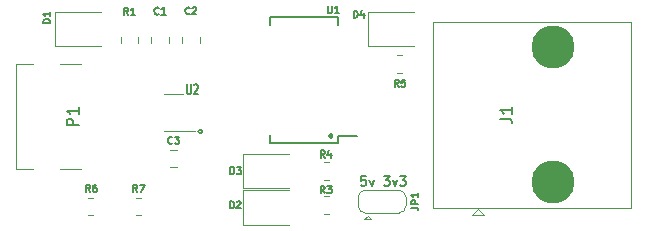
<source format=gbr>
%TF.GenerationSoftware,KiCad,Pcbnew,6.0.9+dfsg-1~bpo11+1*%
%TF.CreationDate,2022-11-22T08:32:21+00:00*%
%TF.ProjectId,USBMOUNT01A,5553424d-4f55-44e5-9430-31412e6b6963,rev?*%
%TF.SameCoordinates,Original*%
%TF.FileFunction,Legend,Top*%
%TF.FilePolarity,Positive*%
%FSLAX46Y46*%
G04 Gerber Fmt 4.6, Leading zero omitted, Abs format (unit mm)*
G04 Created by KiCad (PCBNEW 6.0.9+dfsg-1~bpo11+1) date 2022-11-22 08:32:21*
%MOMM*%
%LPD*%
G01*
G04 APERTURE LIST*
%ADD10C,0.150000*%
%ADD11C,0.120000*%
%ADD12C,3.650000*%
G04 APERTURE END LIST*
D10*
X149404605Y-90551000D02*
G75*
G03*
X149404605Y-90551000I-179605J0D01*
G01*
X138355605Y-90170000D02*
G75*
G03*
X138355605Y-90170000I-179605J0D01*
G01*
X152214285Y-93961904D02*
X151833333Y-93961904D01*
X151795238Y-94342857D01*
X151833333Y-94304761D01*
X151909523Y-94266666D01*
X152100000Y-94266666D01*
X152176190Y-94304761D01*
X152214285Y-94342857D01*
X152252380Y-94419047D01*
X152252380Y-94609523D01*
X152214285Y-94685714D01*
X152176190Y-94723809D01*
X152100000Y-94761904D01*
X151909523Y-94761904D01*
X151833333Y-94723809D01*
X151795238Y-94685714D01*
X152519047Y-94228571D02*
X152709523Y-94761904D01*
X152900000Y-94228571D01*
X153738095Y-93961904D02*
X154233333Y-93961904D01*
X153966666Y-94266666D01*
X154080952Y-94266666D01*
X154157142Y-94304761D01*
X154195238Y-94342857D01*
X154233333Y-94419047D01*
X154233333Y-94609523D01*
X154195238Y-94685714D01*
X154157142Y-94723809D01*
X154080952Y-94761904D01*
X153852380Y-94761904D01*
X153776190Y-94723809D01*
X153738095Y-94685714D01*
X154500000Y-94228571D02*
X154690476Y-94761904D01*
X154880952Y-94228571D01*
X155109523Y-93961904D02*
X155604761Y-93961904D01*
X155338095Y-94266666D01*
X155452380Y-94266666D01*
X155528571Y-94304761D01*
X155566666Y-94342857D01*
X155604761Y-94419047D01*
X155604761Y-94609523D01*
X155566666Y-94685714D01*
X155528571Y-94723809D01*
X155452380Y-94761904D01*
X155223809Y-94761904D01*
X155147619Y-94723809D01*
X155109523Y-94685714D01*
%TO.C,C2*%
X137314000Y-80181285D02*
X137285428Y-80209857D01*
X137199714Y-80238428D01*
X137142571Y-80238428D01*
X137056857Y-80209857D01*
X136999714Y-80152714D01*
X136971142Y-80095571D01*
X136942571Y-79981285D01*
X136942571Y-79895571D01*
X136971142Y-79781285D01*
X136999714Y-79724142D01*
X137056857Y-79667000D01*
X137142571Y-79638428D01*
X137199714Y-79638428D01*
X137285428Y-79667000D01*
X137314000Y-79695571D01*
X137542571Y-79695571D02*
X137571142Y-79667000D01*
X137628285Y-79638428D01*
X137771142Y-79638428D01*
X137828285Y-79667000D01*
X137856857Y-79695571D01*
X137885428Y-79752714D01*
X137885428Y-79809857D01*
X137856857Y-79895571D01*
X137514000Y-80238428D01*
X137885428Y-80238428D01*
%TO.C,R5*%
X155000000Y-86371428D02*
X154800000Y-86085714D01*
X154657142Y-86371428D02*
X154657142Y-85771428D01*
X154885714Y-85771428D01*
X154942857Y-85800000D01*
X154971428Y-85828571D01*
X155000000Y-85885714D01*
X155000000Y-85971428D01*
X154971428Y-86028571D01*
X154942857Y-86057142D01*
X154885714Y-86085714D01*
X154657142Y-86085714D01*
X155542857Y-85771428D02*
X155257142Y-85771428D01*
X155228571Y-86057142D01*
X155257142Y-86028571D01*
X155314285Y-86000000D01*
X155457142Y-86000000D01*
X155514285Y-86028571D01*
X155542857Y-86057142D01*
X155571428Y-86114285D01*
X155571428Y-86257142D01*
X155542857Y-86314285D01*
X155514285Y-86342857D01*
X155457142Y-86371428D01*
X155314285Y-86371428D01*
X155257142Y-86342857D01*
X155228571Y-86314285D01*
%TO.C,U1*%
X148992857Y-79521428D02*
X148992857Y-80007142D01*
X149021428Y-80064285D01*
X149050000Y-80092857D01*
X149107142Y-80121428D01*
X149221428Y-80121428D01*
X149278571Y-80092857D01*
X149307142Y-80064285D01*
X149335714Y-80007142D01*
X149335714Y-79521428D01*
X149935714Y-80121428D02*
X149592857Y-80121428D01*
X149764285Y-80121428D02*
X149764285Y-79521428D01*
X149707142Y-79607142D01*
X149650000Y-79664285D01*
X149592857Y-79692857D01*
%TO.C,D1*%
X125521428Y-80992857D02*
X124921428Y-80992857D01*
X124921428Y-80850000D01*
X124950000Y-80764285D01*
X125007142Y-80707142D01*
X125064285Y-80678571D01*
X125178571Y-80650000D01*
X125264285Y-80650000D01*
X125378571Y-80678571D01*
X125435714Y-80707142D01*
X125492857Y-80764285D01*
X125521428Y-80850000D01*
X125521428Y-80992857D01*
X125521428Y-80078571D02*
X125521428Y-80421428D01*
X125521428Y-80250000D02*
X124921428Y-80250000D01*
X125007142Y-80307142D01*
X125064285Y-80364285D01*
X125092857Y-80421428D01*
%TO.C,U2*%
X137083857Y-86175904D02*
X137083857Y-86823523D01*
X137112428Y-86899714D01*
X137141000Y-86937809D01*
X137198142Y-86975904D01*
X137312428Y-86975904D01*
X137369571Y-86937809D01*
X137398142Y-86899714D01*
X137426714Y-86823523D01*
X137426714Y-86175904D01*
X137683857Y-86252095D02*
X137712428Y-86214000D01*
X137769571Y-86175904D01*
X137912428Y-86175904D01*
X137969571Y-86214000D01*
X137998142Y-86252095D01*
X138026714Y-86328285D01*
X138026714Y-86404476D01*
X137998142Y-86518761D01*
X137655285Y-86975904D01*
X138026714Y-86975904D01*
%TO.C,D2*%
X140707142Y-96671428D02*
X140707142Y-96071428D01*
X140850000Y-96071428D01*
X140935714Y-96100000D01*
X140992857Y-96157142D01*
X141021428Y-96214285D01*
X141050000Y-96328571D01*
X141050000Y-96414285D01*
X141021428Y-96528571D01*
X140992857Y-96585714D01*
X140935714Y-96642857D01*
X140850000Y-96671428D01*
X140707142Y-96671428D01*
X141278571Y-96128571D02*
X141307142Y-96100000D01*
X141364285Y-96071428D01*
X141507142Y-96071428D01*
X141564285Y-96100000D01*
X141592857Y-96128571D01*
X141621428Y-96185714D01*
X141621428Y-96242857D01*
X141592857Y-96328571D01*
X141250000Y-96671428D01*
X141621428Y-96671428D01*
%TO.C,R4*%
X148750000Y-92371428D02*
X148550000Y-92085714D01*
X148407142Y-92371428D02*
X148407142Y-91771428D01*
X148635714Y-91771428D01*
X148692857Y-91800000D01*
X148721428Y-91828571D01*
X148750000Y-91885714D01*
X148750000Y-91971428D01*
X148721428Y-92028571D01*
X148692857Y-92057142D01*
X148635714Y-92085714D01*
X148407142Y-92085714D01*
X149264285Y-91971428D02*
X149264285Y-92371428D01*
X149121428Y-91742857D02*
X148978571Y-92171428D01*
X149350000Y-92171428D01*
%TO.C,C1*%
X134695500Y-80202785D02*
X134666928Y-80231357D01*
X134581214Y-80259928D01*
X134524071Y-80259928D01*
X134438357Y-80231357D01*
X134381214Y-80174214D01*
X134352642Y-80117071D01*
X134324071Y-80002785D01*
X134324071Y-79917071D01*
X134352642Y-79802785D01*
X134381214Y-79745642D01*
X134438357Y-79688500D01*
X134524071Y-79659928D01*
X134581214Y-79659928D01*
X134666928Y-79688500D01*
X134695500Y-79717071D01*
X135266928Y-80259928D02*
X134924071Y-80259928D01*
X135095500Y-80259928D02*
X135095500Y-79659928D01*
X135038357Y-79745642D01*
X134981214Y-79802785D01*
X134924071Y-79831357D01*
%TO.C,R7*%
X132885000Y-95271428D02*
X132685000Y-94985714D01*
X132542142Y-95271428D02*
X132542142Y-94671428D01*
X132770714Y-94671428D01*
X132827857Y-94700000D01*
X132856428Y-94728571D01*
X132885000Y-94785714D01*
X132885000Y-94871428D01*
X132856428Y-94928571D01*
X132827857Y-94957142D01*
X132770714Y-94985714D01*
X132542142Y-94985714D01*
X133085000Y-94671428D02*
X133485000Y-94671428D01*
X133227857Y-95271428D01*
%TO.C,P1*%
X127902380Y-89638095D02*
X126902380Y-89638095D01*
X126902380Y-89257142D01*
X126950000Y-89161904D01*
X126997619Y-89114285D01*
X127092857Y-89066666D01*
X127235714Y-89066666D01*
X127330952Y-89114285D01*
X127378571Y-89161904D01*
X127426190Y-89257142D01*
X127426190Y-89638095D01*
X127902380Y-88114285D02*
X127902380Y-88685714D01*
X127902380Y-88400000D02*
X126902380Y-88400000D01*
X127045238Y-88495238D01*
X127140476Y-88590476D01*
X127188095Y-88685714D01*
%TO.C,R6*%
X128900000Y-95271428D02*
X128700000Y-94985714D01*
X128557142Y-95271428D02*
X128557142Y-94671428D01*
X128785714Y-94671428D01*
X128842857Y-94700000D01*
X128871428Y-94728571D01*
X128900000Y-94785714D01*
X128900000Y-94871428D01*
X128871428Y-94928571D01*
X128842857Y-94957142D01*
X128785714Y-94985714D01*
X128557142Y-94985714D01*
X129414285Y-94671428D02*
X129300000Y-94671428D01*
X129242857Y-94700000D01*
X129214285Y-94728571D01*
X129157142Y-94814285D01*
X129128571Y-94928571D01*
X129128571Y-95157142D01*
X129157142Y-95214285D01*
X129185714Y-95242857D01*
X129242857Y-95271428D01*
X129357142Y-95271428D01*
X129414285Y-95242857D01*
X129442857Y-95214285D01*
X129471428Y-95157142D01*
X129471428Y-95014285D01*
X129442857Y-94957142D01*
X129414285Y-94928571D01*
X129357142Y-94900000D01*
X129242857Y-94900000D01*
X129185714Y-94928571D01*
X129157142Y-94957142D01*
X129128571Y-95014285D01*
%TO.C,JP1*%
X156071428Y-96600000D02*
X156500000Y-96600000D01*
X156585714Y-96628571D01*
X156642857Y-96685714D01*
X156671428Y-96771428D01*
X156671428Y-96828571D01*
X156671428Y-96314285D02*
X156071428Y-96314285D01*
X156071428Y-96085714D01*
X156100000Y-96028571D01*
X156128571Y-96000000D01*
X156185714Y-95971428D01*
X156271428Y-95971428D01*
X156328571Y-96000000D01*
X156357142Y-96028571D01*
X156385714Y-96085714D01*
X156385714Y-96314285D01*
X156671428Y-95400000D02*
X156671428Y-95742857D01*
X156671428Y-95571428D02*
X156071428Y-95571428D01*
X156157142Y-95628571D01*
X156214285Y-95685714D01*
X156242857Y-95742857D01*
%TO.C,R1*%
X132107000Y-80281428D02*
X131907000Y-79995714D01*
X131764142Y-80281428D02*
X131764142Y-79681428D01*
X131992714Y-79681428D01*
X132049857Y-79710000D01*
X132078428Y-79738571D01*
X132107000Y-79795714D01*
X132107000Y-79881428D01*
X132078428Y-79938571D01*
X132049857Y-79967142D01*
X131992714Y-79995714D01*
X131764142Y-79995714D01*
X132678428Y-80281428D02*
X132335571Y-80281428D01*
X132507000Y-80281428D02*
X132507000Y-79681428D01*
X132449857Y-79767142D01*
X132392714Y-79824285D01*
X132335571Y-79852857D01*
%TO.C,R3*%
X148750000Y-95371428D02*
X148550000Y-95085714D01*
X148407142Y-95371428D02*
X148407142Y-94771428D01*
X148635714Y-94771428D01*
X148692857Y-94800000D01*
X148721428Y-94828571D01*
X148750000Y-94885714D01*
X148750000Y-94971428D01*
X148721428Y-95028571D01*
X148692857Y-95057142D01*
X148635714Y-95085714D01*
X148407142Y-95085714D01*
X148950000Y-94771428D02*
X149321428Y-94771428D01*
X149121428Y-95000000D01*
X149207142Y-95000000D01*
X149264285Y-95028571D01*
X149292857Y-95057142D01*
X149321428Y-95114285D01*
X149321428Y-95257142D01*
X149292857Y-95314285D01*
X149264285Y-95342857D01*
X149207142Y-95371428D01*
X149035714Y-95371428D01*
X148978571Y-95342857D01*
X148950000Y-95314285D01*
%TO.C,D4*%
X151195142Y-80535428D02*
X151195142Y-79935428D01*
X151338000Y-79935428D01*
X151423714Y-79964000D01*
X151480857Y-80021142D01*
X151509428Y-80078285D01*
X151538000Y-80192571D01*
X151538000Y-80278285D01*
X151509428Y-80392571D01*
X151480857Y-80449714D01*
X151423714Y-80506857D01*
X151338000Y-80535428D01*
X151195142Y-80535428D01*
X152052285Y-80135428D02*
X152052285Y-80535428D01*
X151909428Y-79906857D02*
X151766571Y-80335428D01*
X152138000Y-80335428D01*
%TO.C,J1*%
X163602380Y-89083333D02*
X164316666Y-89083333D01*
X164459523Y-89130952D01*
X164554761Y-89226190D01*
X164602380Y-89369047D01*
X164602380Y-89464285D01*
X164602380Y-88083333D02*
X164602380Y-88654761D01*
X164602380Y-88369047D02*
X163602380Y-88369047D01*
X163745238Y-88464285D01*
X163840476Y-88559523D01*
X163888095Y-88654761D01*
%TO.C,D3*%
X140757142Y-93771428D02*
X140757142Y-93171428D01*
X140900000Y-93171428D01*
X140985714Y-93200000D01*
X141042857Y-93257142D01*
X141071428Y-93314285D01*
X141100000Y-93428571D01*
X141100000Y-93514285D01*
X141071428Y-93628571D01*
X141042857Y-93685714D01*
X140985714Y-93742857D01*
X140900000Y-93771428D01*
X140757142Y-93771428D01*
X141300000Y-93171428D02*
X141671428Y-93171428D01*
X141471428Y-93400000D01*
X141557142Y-93400000D01*
X141614285Y-93428571D01*
X141642857Y-93457142D01*
X141671428Y-93514285D01*
X141671428Y-93657142D01*
X141642857Y-93714285D01*
X141614285Y-93742857D01*
X141557142Y-93771428D01*
X141385714Y-93771428D01*
X141328571Y-93742857D01*
X141300000Y-93714285D01*
%TO.C,C3*%
X135837500Y-91146285D02*
X135808928Y-91174857D01*
X135723214Y-91203428D01*
X135666071Y-91203428D01*
X135580357Y-91174857D01*
X135523214Y-91117714D01*
X135494642Y-91060571D01*
X135466071Y-90946285D01*
X135466071Y-90860571D01*
X135494642Y-90746285D01*
X135523214Y-90689142D01*
X135580357Y-90632000D01*
X135666071Y-90603428D01*
X135723214Y-90603428D01*
X135808928Y-90632000D01*
X135837500Y-90660571D01*
X136037500Y-90603428D02*
X136408928Y-90603428D01*
X136208928Y-90832000D01*
X136294642Y-90832000D01*
X136351785Y-90860571D01*
X136380357Y-90889142D01*
X136408928Y-90946285D01*
X136408928Y-91089142D01*
X136380357Y-91146285D01*
X136351785Y-91174857D01*
X136294642Y-91203428D01*
X136123214Y-91203428D01*
X136066071Y-91174857D01*
X136037500Y-91146285D01*
D11*
%TO.C,C2*%
X138149000Y-82140248D02*
X138149000Y-82662752D01*
X136679000Y-82140248D02*
X136679000Y-82662752D01*
%TO.C,R5*%
X155327064Y-85185000D02*
X154872936Y-85185000D01*
X155327064Y-83715000D02*
X154872936Y-83715000D01*
D10*
%TO.C,U1*%
X149875000Y-91150000D02*
X149875000Y-90575000D01*
X144125000Y-91150000D02*
X144125000Y-90500000D01*
X149875000Y-90575000D02*
X151475000Y-90575000D01*
X149875000Y-80500000D02*
X149875000Y-81150000D01*
X144125000Y-80500000D02*
X144125000Y-81150000D01*
X149875000Y-91150000D02*
X144125000Y-91150000D01*
X149875000Y-80500000D02*
X144125000Y-80500000D01*
D11*
%TO.C,D1*%
X129800000Y-80040000D02*
X125915000Y-80040000D01*
X125915000Y-82960000D02*
X129800000Y-82960000D01*
X125915000Y-80040000D02*
X125915000Y-82960000D01*
%TO.C,U2*%
X135937500Y-90145000D02*
X135137500Y-90145000D01*
X135937500Y-90145000D02*
X137737500Y-90145000D01*
X135937500Y-87025000D02*
X136737500Y-87025000D01*
X135937500Y-87025000D02*
X135137500Y-87025000D01*
%TO.C,D2*%
X141865000Y-98060000D02*
X145750000Y-98060000D01*
X145750000Y-95140000D02*
X141865000Y-95140000D01*
X141865000Y-95140000D02*
X141865000Y-98060000D01*
%TO.C,R4*%
X149127064Y-92765000D02*
X148672936Y-92765000D01*
X149127064Y-94235000D02*
X148672936Y-94235000D01*
%TO.C,C1*%
X135530500Y-82140248D02*
X135530500Y-82662752D01*
X134060500Y-82140248D02*
X134060500Y-82662752D01*
%TO.C,R7*%
X132757936Y-95785000D02*
X133212064Y-95785000D01*
X132757936Y-97255000D02*
X133212064Y-97255000D01*
%TO.C,P1*%
X128125000Y-93370000D02*
X126325000Y-93370000D01*
X122615000Y-84430000D02*
X124075000Y-84430000D01*
X122615000Y-93370000D02*
X124075000Y-93370000D01*
X128125000Y-84430000D02*
X126325000Y-84430000D01*
X122615000Y-93370000D02*
X122615000Y-84430000D01*
%TO.C,R6*%
X129148064Y-95785000D02*
X128693936Y-95785000D01*
X129148064Y-97255000D02*
X128693936Y-97255000D01*
%TO.C,JP1*%
X152100000Y-97600000D02*
X152700000Y-97600000D01*
X152200000Y-95100000D02*
X155000000Y-95100000D01*
X155000000Y-97100000D02*
X152200000Y-97100000D01*
X155650000Y-95800000D02*
X155650000Y-96400000D01*
X151550000Y-96400000D02*
X151550000Y-95800000D01*
X152400000Y-97300000D02*
X152700000Y-97600000D01*
X152400000Y-97300000D02*
X152100000Y-97600000D01*
X154950000Y-97100000D02*
G75*
G03*
X155650000Y-96400000I0J700000D01*
G01*
X152250000Y-95100000D02*
G75*
G03*
X151550000Y-95800000I-1J-699999D01*
G01*
X151550000Y-96400000D02*
G75*
G03*
X152250000Y-97100000I699999J-1D01*
G01*
X155650000Y-95800000D02*
G75*
G03*
X154950000Y-95100000I-700000J0D01*
G01*
%TO.C,R1*%
X132942000Y-82628564D02*
X132942000Y-82174436D01*
X131472000Y-82628564D02*
X131472000Y-82174436D01*
%TO.C,R3*%
X149127064Y-95665000D02*
X148672936Y-95665000D01*
X149127064Y-97135000D02*
X148672936Y-97135000D01*
%TO.C,D4*%
X152415000Y-82960000D02*
X156300000Y-82960000D01*
X156300000Y-80040000D02*
X152415000Y-80040000D01*
X152415000Y-80040000D02*
X152415000Y-82960000D01*
%TO.C,J1*%
X174650000Y-80890000D02*
X174650000Y-96620000D01*
X161700000Y-96700000D02*
X161200000Y-97200000D01*
X161200000Y-97200000D02*
X162200000Y-97200000D01*
X162200000Y-97200000D02*
X161700000Y-96700000D01*
X157910000Y-80890000D02*
X174650000Y-80890000D01*
X157910000Y-96620000D02*
X174650000Y-96620000D01*
X157910000Y-80900000D02*
X157910000Y-96620000D01*
%TO.C,D3*%
X141865000Y-92040000D02*
X141865000Y-94960000D01*
X141865000Y-94960000D02*
X145750000Y-94960000D01*
X145750000Y-92040000D02*
X141865000Y-92040000D01*
%TO.C,C3*%
X136198752Y-93191000D02*
X135676248Y-93191000D01*
X136198752Y-91721000D02*
X135676248Y-91721000D01*
%TD*%
D12*
%TO.C,J1*%
X168050000Y-94470000D03*
X168050000Y-83040000D03*
%TD*%
M02*

</source>
